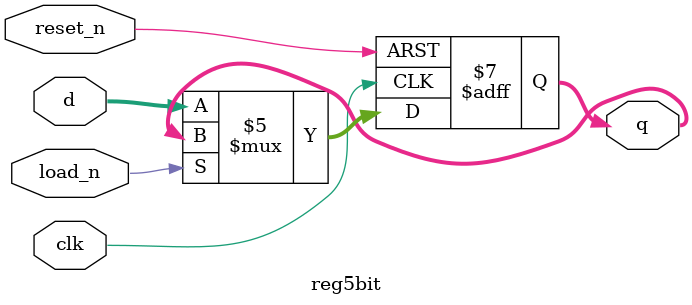
<source format=v>
module reg5bit (
    input clk,
    input reset_n,   // active low asynchronous reset
    input load_n,    // active low load
    input [4:0] d,   // data input
    output reg [4:0] q // data output
);
    always @(posedge clk or negedge reset_n) begin
        if (!reset_n)
            q <= 5'b00000;
        else if (!load_n)
            q <= d;
        else
            q <= q;
    end
endmodule
</source>
